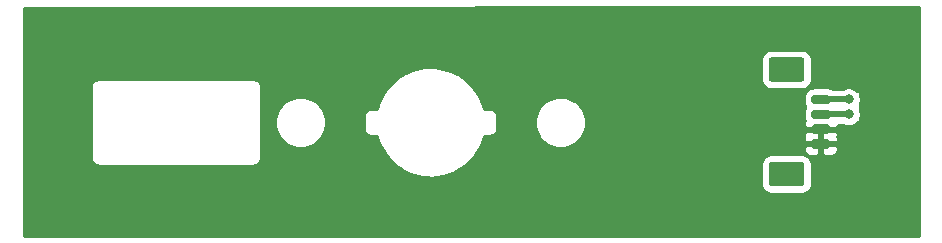
<source format=gbl>
%TF.GenerationSoftware,KiCad,Pcbnew,(5.1.9-0-10_14)*%
%TF.CreationDate,2022-02-18T16:18:21-06:00*%
%TF.ProjectId,OwlSat_Official_USB_actual,4f776c53-6174-45f4-9f66-66696369616c,4*%
%TF.SameCoordinates,Original*%
%TF.FileFunction,Copper,L2,Bot*%
%TF.FilePolarity,Positive*%
%FSLAX46Y46*%
G04 Gerber Fmt 4.6, Leading zero omitted, Abs format (unit mm)*
G04 Created by KiCad (PCBNEW (5.1.9-0-10_14)) date 2022-02-18 16:18:21*
%MOMM*%
%LPD*%
G01*
G04 APERTURE LIST*
%TA.AperFunction,ViaPad*%
%ADD10C,0.800000*%
%TD*%
%TA.AperFunction,Conductor*%
%ADD11C,0.500000*%
%TD*%
%TA.AperFunction,Conductor*%
%ADD12C,0.254000*%
%TD*%
%TA.AperFunction,Conductor*%
%ADD13C,0.100000*%
%TD*%
G04 APERTURE END LIST*
%TO.P,U3,1*%
%TO.N,Net-(U1-Pad2)*%
%TA.AperFunction,SMDPad,CuDef*%
G36*
G01*
X182260000Y-97145000D02*
X181060000Y-97145000D01*
G75*
G02*
X180860000Y-96945000I0J200000D01*
G01*
X180860000Y-96545000D01*
G75*
G02*
X181060000Y-96345000I200000J0D01*
G01*
X182260000Y-96345000D01*
G75*
G02*
X182460000Y-96545000I0J-200000D01*
G01*
X182460000Y-96945000D01*
G75*
G02*
X182260000Y-97145000I-200000J0D01*
G01*
G37*
%TD.AperFunction*%
%TO.P,U3,2*%
%TA.AperFunction,SMDPad,CuDef*%
G36*
G01*
X182260000Y-95895000D02*
X181060000Y-95895000D01*
G75*
G02*
X180860000Y-95695000I0J200000D01*
G01*
X180860000Y-95295000D01*
G75*
G02*
X181060000Y-95095000I200000J0D01*
G01*
X182260000Y-95095000D01*
G75*
G02*
X182460000Y-95295000I0J-200000D01*
G01*
X182460000Y-95695000D01*
G75*
G02*
X182260000Y-95895000I-200000J0D01*
G01*
G37*
%TD.AperFunction*%
%TO.P,U3,3*%
%TO.N,Net-(U1-Pad1)*%
%TA.AperFunction,SMDPad,CuDef*%
G36*
G01*
X182260000Y-94645000D02*
X181060000Y-94645000D01*
G75*
G02*
X180860000Y-94445000I0J200000D01*
G01*
X180860000Y-94045000D01*
G75*
G02*
X181060000Y-93845000I200000J0D01*
G01*
X182260000Y-93845000D01*
G75*
G02*
X182460000Y-94045000I0J-200000D01*
G01*
X182460000Y-94445000D01*
G75*
G02*
X182260000Y-94645000I-200000J0D01*
G01*
G37*
%TD.AperFunction*%
%TO.P,U3,4*%
%TA.AperFunction,SMDPad,CuDef*%
G36*
G01*
X182260000Y-93395000D02*
X181060000Y-93395000D01*
G75*
G02*
X180860000Y-93195000I0J200000D01*
G01*
X180860000Y-92795000D01*
G75*
G02*
X181060000Y-92595000I200000J0D01*
G01*
X182260000Y-92595000D01*
G75*
G02*
X182460000Y-92795000I0J-200000D01*
G01*
X182460000Y-93195000D01*
G75*
G02*
X182260000Y-93395000I-200000J0D01*
G01*
G37*
%TD.AperFunction*%
%TO.P,U3,MP*%
%TO.N,N/C*%
%TA.AperFunction,SMDPad,CuDef*%
G36*
G01*
X180010001Y-100345000D02*
X177509999Y-100345000D01*
G75*
G02*
X177260000Y-100095001I0J249999D01*
G01*
X177260000Y-98494999D01*
G75*
G02*
X177509999Y-98245000I249999J0D01*
G01*
X180010001Y-98245000D01*
G75*
G02*
X180260000Y-98494999I0J-249999D01*
G01*
X180260000Y-100095001D01*
G75*
G02*
X180010001Y-100345000I-249999J0D01*
G01*
G37*
%TD.AperFunction*%
%TA.AperFunction,SMDPad,CuDef*%
G36*
G01*
X180010001Y-91495000D02*
X177509999Y-91495000D01*
G75*
G02*
X177260000Y-91245001I0J249999D01*
G01*
X177260000Y-89644999D01*
G75*
G02*
X177509999Y-89395000I249999J0D01*
G01*
X180010001Y-89395000D01*
G75*
G02*
X180260000Y-89644999I0J-249999D01*
G01*
X180260000Y-91245001D01*
G75*
G02*
X180010001Y-91495000I-249999J0D01*
G01*
G37*
%TD.AperFunction*%
%TD*%
D10*
%TO.N,Net-(U1-Pad1)*%
X184010000Y-92980000D03*
X184020000Y-94230000D03*
%TO.N,Net-(U1-Pad2)*%
X152390000Y-88800000D03*
X152400000Y-87560000D03*
X152400000Y-86290000D03*
X144990000Y-100780000D03*
X145010000Y-102160000D03*
X144980000Y-103510000D03*
%TD*%
D11*
%TO.N,Net-(U1-Pad1)*%
X181675000Y-92980000D02*
X181660000Y-92995000D01*
X184010000Y-92980000D02*
X181675000Y-92980000D01*
X181675000Y-94230000D02*
X181660000Y-94245000D01*
X184020000Y-94230000D02*
X181675000Y-94230000D01*
%TD*%
D12*
%TO.N,Net-(U1-Pad2)*%
X189950001Y-104513000D02*
X114197000Y-104513000D01*
X114197000Y-91910000D01*
X119846807Y-91910000D01*
X119850000Y-91942419D01*
X119850001Y-97877571D01*
X119846807Y-97910000D01*
X119859550Y-98039383D01*
X119897290Y-98163793D01*
X119958575Y-98278450D01*
X120041052Y-98378948D01*
X120141550Y-98461425D01*
X120256207Y-98522710D01*
X120380617Y-98560450D01*
X120477581Y-98570000D01*
X120510000Y-98573193D01*
X120542419Y-98570000D01*
X133577581Y-98570000D01*
X133610000Y-98573193D01*
X133642419Y-98570000D01*
X133739383Y-98560450D01*
X133863793Y-98522710D01*
X133978450Y-98461425D01*
X134078948Y-98378948D01*
X134161425Y-98278450D01*
X134222710Y-98163793D01*
X134260450Y-98039383D01*
X134273193Y-97910000D01*
X134270000Y-97877581D01*
X134270000Y-94696323D01*
X135440497Y-94696323D01*
X135440497Y-95123677D01*
X135523870Y-95542821D01*
X135687412Y-95937645D01*
X135924837Y-96292977D01*
X136227023Y-96595163D01*
X136582355Y-96832588D01*
X136977179Y-96996130D01*
X137396323Y-97079503D01*
X137823677Y-97079503D01*
X138242821Y-96996130D01*
X138637645Y-96832588D01*
X138992977Y-96595163D01*
X139295163Y-96292977D01*
X139532588Y-95937645D01*
X139696130Y-95542821D01*
X139722549Y-95410000D01*
X142946807Y-95410000D01*
X142959550Y-95539383D01*
X142997290Y-95663793D01*
X143058575Y-95778450D01*
X143141052Y-95878948D01*
X143241550Y-95961425D01*
X143356207Y-96022710D01*
X143480617Y-96060450D01*
X143577581Y-96070000D01*
X143610000Y-96073193D01*
X143642419Y-96070000D01*
X144071717Y-96070000D01*
X144089968Y-96158910D01*
X144105750Y-96209891D01*
X144119810Y-96261377D01*
X144123154Y-96269964D01*
X144413729Y-97001075D01*
X144441126Y-97054213D01*
X144467809Y-97107789D01*
X144472757Y-97115563D01*
X144899804Y-97776310D01*
X144937019Y-97823138D01*
X144973583Y-97870489D01*
X144979947Y-97877154D01*
X145527201Y-98442370D01*
X145572822Y-98481093D01*
X145617866Y-98520423D01*
X145625403Y-98525725D01*
X146272019Y-98973881D01*
X146324247Y-99002981D01*
X146376119Y-99032839D01*
X146384542Y-99036576D01*
X147105891Y-99350602D01*
X147162800Y-99369010D01*
X147219459Y-99388216D01*
X147228448Y-99390246D01*
X147997054Y-99558181D01*
X148056457Y-99565185D01*
X148115765Y-99573020D01*
X148124977Y-99573265D01*
X148911565Y-99588712D01*
X148971185Y-99584046D01*
X149030897Y-99580211D01*
X149039981Y-99578662D01*
X149814587Y-99441033D01*
X149872165Y-99424875D01*
X149929996Y-99409515D01*
X149938607Y-99406231D01*
X150671729Y-99120767D01*
X150725094Y-99093722D01*
X150778817Y-99067433D01*
X150786625Y-99062539D01*
X151450338Y-98640115D01*
X151497414Y-98603236D01*
X151545028Y-98566997D01*
X151551738Y-98560680D01*
X151620529Y-98494999D01*
X176621928Y-98494999D01*
X176621928Y-100095001D01*
X176638992Y-100268255D01*
X176689528Y-100434851D01*
X176771595Y-100588387D01*
X176882038Y-100722962D01*
X177016613Y-100833405D01*
X177170149Y-100915472D01*
X177336745Y-100966008D01*
X177509999Y-100983072D01*
X180010001Y-100983072D01*
X180183255Y-100966008D01*
X180349851Y-100915472D01*
X180503387Y-100833405D01*
X180637962Y-100722962D01*
X180748405Y-100588387D01*
X180830472Y-100434851D01*
X180881008Y-100268255D01*
X180898072Y-100095001D01*
X180898072Y-98494999D01*
X180881008Y-98321745D01*
X180830472Y-98155149D01*
X180748405Y-98001613D01*
X180637962Y-97867038D01*
X180503387Y-97756595D01*
X180349851Y-97674528D01*
X180183255Y-97623992D01*
X180010001Y-97606928D01*
X177509999Y-97606928D01*
X177336745Y-97623992D01*
X177170149Y-97674528D01*
X177016613Y-97756595D01*
X176882038Y-97867038D01*
X176771595Y-98001613D01*
X176689528Y-98155149D01*
X176638992Y-98321745D01*
X176621928Y-98494999D01*
X151620529Y-98494999D01*
X152120762Y-98017385D01*
X152159774Y-97972069D01*
X152199447Y-97927267D01*
X152204801Y-97919766D01*
X152657461Y-97276295D01*
X152686943Y-97224238D01*
X152717143Y-97172609D01*
X152720939Y-97164212D01*
X152729462Y-97145000D01*
X180221928Y-97145000D01*
X180234188Y-97269482D01*
X180270498Y-97389180D01*
X180329463Y-97499494D01*
X180408815Y-97596185D01*
X180505506Y-97675537D01*
X180615820Y-97734502D01*
X180735518Y-97770812D01*
X180860000Y-97783072D01*
X181374250Y-97780000D01*
X181533000Y-97621250D01*
X181533000Y-96872000D01*
X181787000Y-96872000D01*
X181787000Y-97621250D01*
X181945750Y-97780000D01*
X182460000Y-97783072D01*
X182584482Y-97770812D01*
X182704180Y-97734502D01*
X182814494Y-97675537D01*
X182911185Y-97596185D01*
X182990537Y-97499494D01*
X183049502Y-97389180D01*
X183085812Y-97269482D01*
X183098072Y-97145000D01*
X183095000Y-97030750D01*
X182936250Y-96872000D01*
X181787000Y-96872000D01*
X181533000Y-96872000D01*
X180383750Y-96872000D01*
X180225000Y-97030750D01*
X180221928Y-97145000D01*
X152729462Y-97145000D01*
X153039993Y-96445073D01*
X153058797Y-96388296D01*
X153078399Y-96331771D01*
X153080491Y-96322796D01*
X153137577Y-96070000D01*
X153577581Y-96070000D01*
X153610000Y-96073193D01*
X153642419Y-96070000D01*
X153739383Y-96060450D01*
X153863793Y-96022710D01*
X153978450Y-95961425D01*
X154078948Y-95878948D01*
X154161425Y-95778450D01*
X154222710Y-95663793D01*
X154260450Y-95539383D01*
X154273193Y-95410000D01*
X154270000Y-95377581D01*
X154270000Y-94696323D01*
X157440497Y-94696323D01*
X157440497Y-95123677D01*
X157523870Y-95542821D01*
X157687412Y-95937645D01*
X157924837Y-96292977D01*
X158227023Y-96595163D01*
X158582355Y-96832588D01*
X158977179Y-96996130D01*
X159396323Y-97079503D01*
X159823677Y-97079503D01*
X160242821Y-96996130D01*
X160637645Y-96832588D01*
X160992977Y-96595163D01*
X161295163Y-96292977D01*
X161532588Y-95937645D01*
X161550252Y-95895000D01*
X180221928Y-95895000D01*
X180234188Y-96019482D01*
X180264680Y-96120000D01*
X180234188Y-96220518D01*
X180221928Y-96345000D01*
X180225000Y-96459250D01*
X180383750Y-96618000D01*
X181533000Y-96618000D01*
X181533000Y-95622000D01*
X181787000Y-95622000D01*
X181787000Y-96618000D01*
X182936250Y-96618000D01*
X183095000Y-96459250D01*
X183098072Y-96345000D01*
X183085812Y-96220518D01*
X183055320Y-96120000D01*
X183085812Y-96019482D01*
X183098072Y-95895000D01*
X183095000Y-95780750D01*
X182936250Y-95622000D01*
X181787000Y-95622000D01*
X181533000Y-95622000D01*
X180383750Y-95622000D01*
X180225000Y-95780750D01*
X180221928Y-95895000D01*
X161550252Y-95895000D01*
X161696130Y-95542821D01*
X161779503Y-95123677D01*
X161779503Y-94696323D01*
X161696130Y-94277179D01*
X161532588Y-93882355D01*
X161295163Y-93527023D01*
X160992977Y-93224837D01*
X160637645Y-92987412D01*
X160242821Y-92823870D01*
X160097682Y-92795000D01*
X180221928Y-92795000D01*
X180221928Y-93195000D01*
X180238031Y-93358500D01*
X180285722Y-93515716D01*
X180341463Y-93620000D01*
X180285722Y-93724284D01*
X180238031Y-93881500D01*
X180221928Y-94045000D01*
X180221928Y-94445000D01*
X180238031Y-94608500D01*
X180285722Y-94765716D01*
X180300855Y-94794027D01*
X180270498Y-94850820D01*
X180234188Y-94970518D01*
X180221928Y-95095000D01*
X180225000Y-95209250D01*
X180383750Y-95368000D01*
X181533000Y-95368000D01*
X181533000Y-95348000D01*
X181787000Y-95348000D01*
X181787000Y-95368000D01*
X182936250Y-95368000D01*
X183095000Y-95209250D01*
X183097534Y-95115000D01*
X183481546Y-95115000D01*
X183529744Y-95147205D01*
X183718102Y-95225226D01*
X183918061Y-95265000D01*
X184121939Y-95265000D01*
X184321898Y-95225226D01*
X184510256Y-95147205D01*
X184679774Y-95033937D01*
X184823937Y-94889774D01*
X184832472Y-94877000D01*
X184850000Y-94877000D01*
X184874776Y-94874560D01*
X184898601Y-94867333D01*
X184920557Y-94855597D01*
X184939803Y-94839803D01*
X184955597Y-94820557D01*
X184967333Y-94798601D01*
X184974560Y-94774776D01*
X184977000Y-94750000D01*
X184977000Y-94624183D01*
X185015226Y-94531898D01*
X185055000Y-94331939D01*
X185055000Y-94128061D01*
X185015226Y-93928102D01*
X184977000Y-93835817D01*
X184977000Y-93350041D01*
X185005226Y-93281898D01*
X185045000Y-93081939D01*
X185045000Y-92878061D01*
X185005226Y-92678102D01*
X184977000Y-92609959D01*
X184977000Y-92400000D01*
X184974560Y-92375224D01*
X184967333Y-92351399D01*
X184955597Y-92329443D01*
X184939803Y-92310197D01*
X184920557Y-92294403D01*
X184898601Y-92282667D01*
X184874776Y-92275440D01*
X184850000Y-92273000D01*
X184766711Y-92273000D01*
X184669774Y-92176063D01*
X184500256Y-92062795D01*
X184311898Y-91984774D01*
X184111939Y-91945000D01*
X183908061Y-91945000D01*
X183708102Y-91984774D01*
X183519744Y-92062795D01*
X183471546Y-92095000D01*
X182719679Y-92095000D01*
X182580716Y-92020722D01*
X182423500Y-91973031D01*
X182260000Y-91956928D01*
X181060000Y-91956928D01*
X180896500Y-91973031D01*
X180739284Y-92020722D01*
X180594392Y-92098169D01*
X180467394Y-92202394D01*
X180363169Y-92329392D01*
X180285722Y-92474284D01*
X180238031Y-92631500D01*
X180221928Y-92795000D01*
X160097682Y-92795000D01*
X159823677Y-92740497D01*
X159396323Y-92740497D01*
X158977179Y-92823870D01*
X158582355Y-92987412D01*
X158227023Y-93224837D01*
X157924837Y-93527023D01*
X157687412Y-93882355D01*
X157523870Y-94277179D01*
X157440497Y-94696323D01*
X154270000Y-94696323D01*
X154270000Y-94442419D01*
X154273193Y-94410000D01*
X154260450Y-94280617D01*
X154222710Y-94156207D01*
X154161425Y-94041550D01*
X154078948Y-93941052D01*
X153978450Y-93858575D01*
X153863793Y-93797290D01*
X153739383Y-93759550D01*
X153642419Y-93750000D01*
X153610000Y-93746807D01*
X153577581Y-93750000D01*
X153148282Y-93750000D01*
X153133971Y-93680282D01*
X153118431Y-93630081D01*
X153104706Y-93579334D01*
X153101383Y-93570738D01*
X152812519Y-92838686D01*
X152785230Y-92785438D01*
X152758701Y-92731839D01*
X152753772Y-92724053D01*
X152328219Y-92062051D01*
X152291129Y-92015144D01*
X152254674Y-91967693D01*
X152248327Y-91961012D01*
X151702296Y-91394274D01*
X151656769Y-91355438D01*
X151611822Y-91315997D01*
X151604298Y-91310677D01*
X150958586Y-90860791D01*
X150906413Y-90831553D01*
X150854632Y-90801578D01*
X150846217Y-90797820D01*
X150125420Y-90481922D01*
X150068533Y-90463366D01*
X150011945Y-90444029D01*
X150002961Y-90441977D01*
X149234532Y-90272098D01*
X149175142Y-90264947D01*
X149115858Y-90256967D01*
X149106646Y-90256699D01*
X148319855Y-90239311D01*
X148260224Y-90243831D01*
X148200502Y-90247519D01*
X148191414Y-90249045D01*
X147416230Y-90384810D01*
X147358597Y-90400830D01*
X147300744Y-90416044D01*
X147292126Y-90419307D01*
X146558076Y-90703054D01*
X146504675Y-90729951D01*
X146450857Y-90756123D01*
X146443036Y-90760998D01*
X145778079Y-91181918D01*
X145730892Y-91218697D01*
X145683209Y-91254804D01*
X145676484Y-91261105D01*
X145105948Y-91803166D01*
X145066803Y-91848411D01*
X145027042Y-91893090D01*
X145021669Y-91900577D01*
X144567286Y-92543132D01*
X144537677Y-92595114D01*
X144507349Y-92646670D01*
X144503533Y-92655058D01*
X144182610Y-93373634D01*
X144163665Y-93430368D01*
X144143925Y-93486842D01*
X144141810Y-93495812D01*
X144083752Y-93750000D01*
X143642428Y-93750001D01*
X143610000Y-93746807D01*
X143480617Y-93759550D01*
X143356207Y-93797290D01*
X143241550Y-93858575D01*
X143141052Y-93941052D01*
X143058575Y-94041551D01*
X142997290Y-94156208D01*
X142959550Y-94280618D01*
X142950000Y-94377582D01*
X142950000Y-94377588D01*
X142946808Y-94410000D01*
X142950000Y-94442410D01*
X142950001Y-95377571D01*
X142946807Y-95410000D01*
X139722549Y-95410000D01*
X139779503Y-95123677D01*
X139779503Y-94696323D01*
X139696130Y-94277179D01*
X139532588Y-93882355D01*
X139295163Y-93527023D01*
X138992977Y-93224837D01*
X138637645Y-92987412D01*
X138242821Y-92823870D01*
X137823677Y-92740497D01*
X137396323Y-92740497D01*
X136977179Y-92823870D01*
X136582355Y-92987412D01*
X136227023Y-93224837D01*
X135924837Y-93527023D01*
X135687412Y-93882355D01*
X135523870Y-94277179D01*
X135440497Y-94696323D01*
X134270000Y-94696323D01*
X134270000Y-91942419D01*
X134273193Y-91910000D01*
X134260450Y-91780617D01*
X134222710Y-91656207D01*
X134161425Y-91541550D01*
X134078948Y-91441052D01*
X133978450Y-91358575D01*
X133863793Y-91297290D01*
X133739383Y-91259550D01*
X133696749Y-91255351D01*
X133610000Y-91246807D01*
X133577581Y-91250000D01*
X120542419Y-91250000D01*
X120510000Y-91246807D01*
X120423251Y-91255351D01*
X120380617Y-91259550D01*
X120256207Y-91297290D01*
X120141550Y-91358575D01*
X120041052Y-91441052D01*
X119958575Y-91541550D01*
X119897290Y-91656207D01*
X119859550Y-91780617D01*
X119846807Y-91910000D01*
X114197000Y-91910000D01*
X114197000Y-89644999D01*
X176621928Y-89644999D01*
X176621928Y-91245001D01*
X176638992Y-91418255D01*
X176689528Y-91584851D01*
X176771595Y-91738387D01*
X176882038Y-91872962D01*
X177016613Y-91983405D01*
X177170149Y-92065472D01*
X177336745Y-92116008D01*
X177509999Y-92133072D01*
X180010001Y-92133072D01*
X180183255Y-92116008D01*
X180349851Y-92065472D01*
X180503387Y-91983405D01*
X180637962Y-91872962D01*
X180748405Y-91738387D01*
X180830472Y-91584851D01*
X180881008Y-91418255D01*
X180898072Y-91245001D01*
X180898072Y-89644999D01*
X180881008Y-89471745D01*
X180830472Y-89305149D01*
X180748405Y-89151613D01*
X180637962Y-89017038D01*
X180503387Y-88906595D01*
X180349851Y-88824528D01*
X180183255Y-88773992D01*
X180010001Y-88756928D01*
X177509999Y-88756928D01*
X177336745Y-88773992D01*
X177170149Y-88824528D01*
X177016613Y-88906595D01*
X176882038Y-89017038D01*
X176771595Y-89151613D01*
X176689528Y-89305149D01*
X176638992Y-89471745D01*
X176621928Y-89644999D01*
X114197000Y-89644999D01*
X114197000Y-85196983D01*
X189950000Y-85187083D01*
X189950001Y-104513000D01*
%TA.AperFunction,Conductor*%
D13*
G36*
X189950001Y-104513000D02*
G01*
X114197000Y-104513000D01*
X114197000Y-91910000D01*
X119846807Y-91910000D01*
X119850000Y-91942419D01*
X119850001Y-97877571D01*
X119846807Y-97910000D01*
X119859550Y-98039383D01*
X119897290Y-98163793D01*
X119958575Y-98278450D01*
X120041052Y-98378948D01*
X120141550Y-98461425D01*
X120256207Y-98522710D01*
X120380617Y-98560450D01*
X120477581Y-98570000D01*
X120510000Y-98573193D01*
X120542419Y-98570000D01*
X133577581Y-98570000D01*
X133610000Y-98573193D01*
X133642419Y-98570000D01*
X133739383Y-98560450D01*
X133863793Y-98522710D01*
X133978450Y-98461425D01*
X134078948Y-98378948D01*
X134161425Y-98278450D01*
X134222710Y-98163793D01*
X134260450Y-98039383D01*
X134273193Y-97910000D01*
X134270000Y-97877581D01*
X134270000Y-94696323D01*
X135440497Y-94696323D01*
X135440497Y-95123677D01*
X135523870Y-95542821D01*
X135687412Y-95937645D01*
X135924837Y-96292977D01*
X136227023Y-96595163D01*
X136582355Y-96832588D01*
X136977179Y-96996130D01*
X137396323Y-97079503D01*
X137823677Y-97079503D01*
X138242821Y-96996130D01*
X138637645Y-96832588D01*
X138992977Y-96595163D01*
X139295163Y-96292977D01*
X139532588Y-95937645D01*
X139696130Y-95542821D01*
X139722549Y-95410000D01*
X142946807Y-95410000D01*
X142959550Y-95539383D01*
X142997290Y-95663793D01*
X143058575Y-95778450D01*
X143141052Y-95878948D01*
X143241550Y-95961425D01*
X143356207Y-96022710D01*
X143480617Y-96060450D01*
X143577581Y-96070000D01*
X143610000Y-96073193D01*
X143642419Y-96070000D01*
X144071717Y-96070000D01*
X144089968Y-96158910D01*
X144105750Y-96209891D01*
X144119810Y-96261377D01*
X144123154Y-96269964D01*
X144413729Y-97001075D01*
X144441126Y-97054213D01*
X144467809Y-97107789D01*
X144472757Y-97115563D01*
X144899804Y-97776310D01*
X144937019Y-97823138D01*
X144973583Y-97870489D01*
X144979947Y-97877154D01*
X145527201Y-98442370D01*
X145572822Y-98481093D01*
X145617866Y-98520423D01*
X145625403Y-98525725D01*
X146272019Y-98973881D01*
X146324247Y-99002981D01*
X146376119Y-99032839D01*
X146384542Y-99036576D01*
X147105891Y-99350602D01*
X147162800Y-99369010D01*
X147219459Y-99388216D01*
X147228448Y-99390246D01*
X147997054Y-99558181D01*
X148056457Y-99565185D01*
X148115765Y-99573020D01*
X148124977Y-99573265D01*
X148911565Y-99588712D01*
X148971185Y-99584046D01*
X149030897Y-99580211D01*
X149039981Y-99578662D01*
X149814587Y-99441033D01*
X149872165Y-99424875D01*
X149929996Y-99409515D01*
X149938607Y-99406231D01*
X150671729Y-99120767D01*
X150725094Y-99093722D01*
X150778817Y-99067433D01*
X150786625Y-99062539D01*
X151450338Y-98640115D01*
X151497414Y-98603236D01*
X151545028Y-98566997D01*
X151551738Y-98560680D01*
X151620529Y-98494999D01*
X176621928Y-98494999D01*
X176621928Y-100095001D01*
X176638992Y-100268255D01*
X176689528Y-100434851D01*
X176771595Y-100588387D01*
X176882038Y-100722962D01*
X177016613Y-100833405D01*
X177170149Y-100915472D01*
X177336745Y-100966008D01*
X177509999Y-100983072D01*
X180010001Y-100983072D01*
X180183255Y-100966008D01*
X180349851Y-100915472D01*
X180503387Y-100833405D01*
X180637962Y-100722962D01*
X180748405Y-100588387D01*
X180830472Y-100434851D01*
X180881008Y-100268255D01*
X180898072Y-100095001D01*
X180898072Y-98494999D01*
X180881008Y-98321745D01*
X180830472Y-98155149D01*
X180748405Y-98001613D01*
X180637962Y-97867038D01*
X180503387Y-97756595D01*
X180349851Y-97674528D01*
X180183255Y-97623992D01*
X180010001Y-97606928D01*
X177509999Y-97606928D01*
X177336745Y-97623992D01*
X177170149Y-97674528D01*
X177016613Y-97756595D01*
X176882038Y-97867038D01*
X176771595Y-98001613D01*
X176689528Y-98155149D01*
X176638992Y-98321745D01*
X176621928Y-98494999D01*
X151620529Y-98494999D01*
X152120762Y-98017385D01*
X152159774Y-97972069D01*
X152199447Y-97927267D01*
X152204801Y-97919766D01*
X152657461Y-97276295D01*
X152686943Y-97224238D01*
X152717143Y-97172609D01*
X152720939Y-97164212D01*
X152729462Y-97145000D01*
X180221928Y-97145000D01*
X180234188Y-97269482D01*
X180270498Y-97389180D01*
X180329463Y-97499494D01*
X180408815Y-97596185D01*
X180505506Y-97675537D01*
X180615820Y-97734502D01*
X180735518Y-97770812D01*
X180860000Y-97783072D01*
X181374250Y-97780000D01*
X181533000Y-97621250D01*
X181533000Y-96872000D01*
X181787000Y-96872000D01*
X181787000Y-97621250D01*
X181945750Y-97780000D01*
X182460000Y-97783072D01*
X182584482Y-97770812D01*
X182704180Y-97734502D01*
X182814494Y-97675537D01*
X182911185Y-97596185D01*
X182990537Y-97499494D01*
X183049502Y-97389180D01*
X183085812Y-97269482D01*
X183098072Y-97145000D01*
X183095000Y-97030750D01*
X182936250Y-96872000D01*
X181787000Y-96872000D01*
X181533000Y-96872000D01*
X180383750Y-96872000D01*
X180225000Y-97030750D01*
X180221928Y-97145000D01*
X152729462Y-97145000D01*
X153039993Y-96445073D01*
X153058797Y-96388296D01*
X153078399Y-96331771D01*
X153080491Y-96322796D01*
X153137577Y-96070000D01*
X153577581Y-96070000D01*
X153610000Y-96073193D01*
X153642419Y-96070000D01*
X153739383Y-96060450D01*
X153863793Y-96022710D01*
X153978450Y-95961425D01*
X154078948Y-95878948D01*
X154161425Y-95778450D01*
X154222710Y-95663793D01*
X154260450Y-95539383D01*
X154273193Y-95410000D01*
X154270000Y-95377581D01*
X154270000Y-94696323D01*
X157440497Y-94696323D01*
X157440497Y-95123677D01*
X157523870Y-95542821D01*
X157687412Y-95937645D01*
X157924837Y-96292977D01*
X158227023Y-96595163D01*
X158582355Y-96832588D01*
X158977179Y-96996130D01*
X159396323Y-97079503D01*
X159823677Y-97079503D01*
X160242821Y-96996130D01*
X160637645Y-96832588D01*
X160992977Y-96595163D01*
X161295163Y-96292977D01*
X161532588Y-95937645D01*
X161550252Y-95895000D01*
X180221928Y-95895000D01*
X180234188Y-96019482D01*
X180264680Y-96120000D01*
X180234188Y-96220518D01*
X180221928Y-96345000D01*
X180225000Y-96459250D01*
X180383750Y-96618000D01*
X181533000Y-96618000D01*
X181533000Y-95622000D01*
X181787000Y-95622000D01*
X181787000Y-96618000D01*
X182936250Y-96618000D01*
X183095000Y-96459250D01*
X183098072Y-96345000D01*
X183085812Y-96220518D01*
X183055320Y-96120000D01*
X183085812Y-96019482D01*
X183098072Y-95895000D01*
X183095000Y-95780750D01*
X182936250Y-95622000D01*
X181787000Y-95622000D01*
X181533000Y-95622000D01*
X180383750Y-95622000D01*
X180225000Y-95780750D01*
X180221928Y-95895000D01*
X161550252Y-95895000D01*
X161696130Y-95542821D01*
X161779503Y-95123677D01*
X161779503Y-94696323D01*
X161696130Y-94277179D01*
X161532588Y-93882355D01*
X161295163Y-93527023D01*
X160992977Y-93224837D01*
X160637645Y-92987412D01*
X160242821Y-92823870D01*
X160097682Y-92795000D01*
X180221928Y-92795000D01*
X180221928Y-93195000D01*
X180238031Y-93358500D01*
X180285722Y-93515716D01*
X180341463Y-93620000D01*
X180285722Y-93724284D01*
X180238031Y-93881500D01*
X180221928Y-94045000D01*
X180221928Y-94445000D01*
X180238031Y-94608500D01*
X180285722Y-94765716D01*
X180300855Y-94794027D01*
X180270498Y-94850820D01*
X180234188Y-94970518D01*
X180221928Y-95095000D01*
X180225000Y-95209250D01*
X180383750Y-95368000D01*
X181533000Y-95368000D01*
X181533000Y-95348000D01*
X181787000Y-95348000D01*
X181787000Y-95368000D01*
X182936250Y-95368000D01*
X183095000Y-95209250D01*
X183097534Y-95115000D01*
X183481546Y-95115000D01*
X183529744Y-95147205D01*
X183718102Y-95225226D01*
X183918061Y-95265000D01*
X184121939Y-95265000D01*
X184321898Y-95225226D01*
X184510256Y-95147205D01*
X184679774Y-95033937D01*
X184823937Y-94889774D01*
X184832472Y-94877000D01*
X184850000Y-94877000D01*
X184874776Y-94874560D01*
X184898601Y-94867333D01*
X184920557Y-94855597D01*
X184939803Y-94839803D01*
X184955597Y-94820557D01*
X184967333Y-94798601D01*
X184974560Y-94774776D01*
X184977000Y-94750000D01*
X184977000Y-94624183D01*
X185015226Y-94531898D01*
X185055000Y-94331939D01*
X185055000Y-94128061D01*
X185015226Y-93928102D01*
X184977000Y-93835817D01*
X184977000Y-93350041D01*
X185005226Y-93281898D01*
X185045000Y-93081939D01*
X185045000Y-92878061D01*
X185005226Y-92678102D01*
X184977000Y-92609959D01*
X184977000Y-92400000D01*
X184974560Y-92375224D01*
X184967333Y-92351399D01*
X184955597Y-92329443D01*
X184939803Y-92310197D01*
X184920557Y-92294403D01*
X184898601Y-92282667D01*
X184874776Y-92275440D01*
X184850000Y-92273000D01*
X184766711Y-92273000D01*
X184669774Y-92176063D01*
X184500256Y-92062795D01*
X184311898Y-91984774D01*
X184111939Y-91945000D01*
X183908061Y-91945000D01*
X183708102Y-91984774D01*
X183519744Y-92062795D01*
X183471546Y-92095000D01*
X182719679Y-92095000D01*
X182580716Y-92020722D01*
X182423500Y-91973031D01*
X182260000Y-91956928D01*
X181060000Y-91956928D01*
X180896500Y-91973031D01*
X180739284Y-92020722D01*
X180594392Y-92098169D01*
X180467394Y-92202394D01*
X180363169Y-92329392D01*
X180285722Y-92474284D01*
X180238031Y-92631500D01*
X180221928Y-92795000D01*
X160097682Y-92795000D01*
X159823677Y-92740497D01*
X159396323Y-92740497D01*
X158977179Y-92823870D01*
X158582355Y-92987412D01*
X158227023Y-93224837D01*
X157924837Y-93527023D01*
X157687412Y-93882355D01*
X157523870Y-94277179D01*
X157440497Y-94696323D01*
X154270000Y-94696323D01*
X154270000Y-94442419D01*
X154273193Y-94410000D01*
X154260450Y-94280617D01*
X154222710Y-94156207D01*
X154161425Y-94041550D01*
X154078948Y-93941052D01*
X153978450Y-93858575D01*
X153863793Y-93797290D01*
X153739383Y-93759550D01*
X153642419Y-93750000D01*
X153610000Y-93746807D01*
X153577581Y-93750000D01*
X153148282Y-93750000D01*
X153133971Y-93680282D01*
X153118431Y-93630081D01*
X153104706Y-93579334D01*
X153101383Y-93570738D01*
X152812519Y-92838686D01*
X152785230Y-92785438D01*
X152758701Y-92731839D01*
X152753772Y-92724053D01*
X152328219Y-92062051D01*
X152291129Y-92015144D01*
X152254674Y-91967693D01*
X152248327Y-91961012D01*
X151702296Y-91394274D01*
X151656769Y-91355438D01*
X151611822Y-91315997D01*
X151604298Y-91310677D01*
X150958586Y-90860791D01*
X150906413Y-90831553D01*
X150854632Y-90801578D01*
X150846217Y-90797820D01*
X150125420Y-90481922D01*
X150068533Y-90463366D01*
X150011945Y-90444029D01*
X150002961Y-90441977D01*
X149234532Y-90272098D01*
X149175142Y-90264947D01*
X149115858Y-90256967D01*
X149106646Y-90256699D01*
X148319855Y-90239311D01*
X148260224Y-90243831D01*
X148200502Y-90247519D01*
X148191414Y-90249045D01*
X147416230Y-90384810D01*
X147358597Y-90400830D01*
X147300744Y-90416044D01*
X147292126Y-90419307D01*
X146558076Y-90703054D01*
X146504675Y-90729951D01*
X146450857Y-90756123D01*
X146443036Y-90760998D01*
X145778079Y-91181918D01*
X145730892Y-91218697D01*
X145683209Y-91254804D01*
X145676484Y-91261105D01*
X145105948Y-91803166D01*
X145066803Y-91848411D01*
X145027042Y-91893090D01*
X145021669Y-91900577D01*
X144567286Y-92543132D01*
X144537677Y-92595114D01*
X144507349Y-92646670D01*
X144503533Y-92655058D01*
X144182610Y-93373634D01*
X144163665Y-93430368D01*
X144143925Y-93486842D01*
X144141810Y-93495812D01*
X144083752Y-93750000D01*
X143642428Y-93750001D01*
X143610000Y-93746807D01*
X143480617Y-93759550D01*
X143356207Y-93797290D01*
X143241550Y-93858575D01*
X143141052Y-93941052D01*
X143058575Y-94041551D01*
X142997290Y-94156208D01*
X142959550Y-94280618D01*
X142950000Y-94377582D01*
X142950000Y-94377588D01*
X142946808Y-94410000D01*
X142950000Y-94442410D01*
X142950001Y-95377571D01*
X142946807Y-95410000D01*
X139722549Y-95410000D01*
X139779503Y-95123677D01*
X139779503Y-94696323D01*
X139696130Y-94277179D01*
X139532588Y-93882355D01*
X139295163Y-93527023D01*
X138992977Y-93224837D01*
X138637645Y-92987412D01*
X138242821Y-92823870D01*
X137823677Y-92740497D01*
X137396323Y-92740497D01*
X136977179Y-92823870D01*
X136582355Y-92987412D01*
X136227023Y-93224837D01*
X135924837Y-93527023D01*
X135687412Y-93882355D01*
X135523870Y-94277179D01*
X135440497Y-94696323D01*
X134270000Y-94696323D01*
X134270000Y-91942419D01*
X134273193Y-91910000D01*
X134260450Y-91780617D01*
X134222710Y-91656207D01*
X134161425Y-91541550D01*
X134078948Y-91441052D01*
X133978450Y-91358575D01*
X133863793Y-91297290D01*
X133739383Y-91259550D01*
X133696749Y-91255351D01*
X133610000Y-91246807D01*
X133577581Y-91250000D01*
X120542419Y-91250000D01*
X120510000Y-91246807D01*
X120423251Y-91255351D01*
X120380617Y-91259550D01*
X120256207Y-91297290D01*
X120141550Y-91358575D01*
X120041052Y-91441052D01*
X119958575Y-91541550D01*
X119897290Y-91656207D01*
X119859550Y-91780617D01*
X119846807Y-91910000D01*
X114197000Y-91910000D01*
X114197000Y-89644999D01*
X176621928Y-89644999D01*
X176621928Y-91245001D01*
X176638992Y-91418255D01*
X176689528Y-91584851D01*
X176771595Y-91738387D01*
X176882038Y-91872962D01*
X177016613Y-91983405D01*
X177170149Y-92065472D01*
X177336745Y-92116008D01*
X177509999Y-92133072D01*
X180010001Y-92133072D01*
X180183255Y-92116008D01*
X180349851Y-92065472D01*
X180503387Y-91983405D01*
X180637962Y-91872962D01*
X180748405Y-91738387D01*
X180830472Y-91584851D01*
X180881008Y-91418255D01*
X180898072Y-91245001D01*
X180898072Y-89644999D01*
X180881008Y-89471745D01*
X180830472Y-89305149D01*
X180748405Y-89151613D01*
X180637962Y-89017038D01*
X180503387Y-88906595D01*
X180349851Y-88824528D01*
X180183255Y-88773992D01*
X180010001Y-88756928D01*
X177509999Y-88756928D01*
X177336745Y-88773992D01*
X177170149Y-88824528D01*
X177016613Y-88906595D01*
X176882038Y-89017038D01*
X176771595Y-89151613D01*
X176689528Y-89305149D01*
X176638992Y-89471745D01*
X176621928Y-89644999D01*
X114197000Y-89644999D01*
X114197000Y-85196983D01*
X189950000Y-85187083D01*
X189950001Y-104513000D01*
G37*
%TD.AperFunction*%
%TD*%
M02*

</source>
